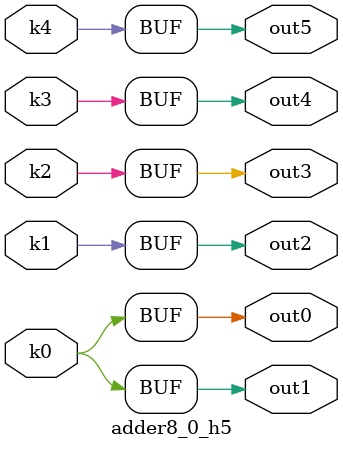
<source format=v>
module adder8_0(pi00, pi01, pi02, pi03, pi04, pi05, pi06, pi07, pi08, pi09, po0, po1, po2, po3, po4, po5);
input pi00, pi01, pi02, pi03, pi04, pi05, pi06, pi07, pi08, pi09;
output po0, po1, po2, po3, po4, po5;
wire k0, k1, k2, k3, k4;
adder8_0_w5 DUT1 (pi00, pi01, pi02, pi03, pi04, pi05, pi06, pi07, pi08, pi09, k0, k1, k2, k3, k4);
adder8_0_h5 DUT2 (k0, k1, k2, k3, k4, po0, po1, po2, po3, po4, po5);
endmodule

module adder8_0_w5(in9, in8, in7, in6, in5, in4, in3, in2, in1, in0, k4, k3, k2, k1, k0);
input in9, in8, in7, in6, in5, in4, in3, in2, in1, in0;
output k4, k3, k2, k1, k0;
assign k0 =   ((~in5 ^ in0) & (((in6 | in1) & (((in7 | in2) & ((in9 & in4 & (in8 | in3)) | (in8 & in3))) | (in7 & in2))) | (in6 & in1))) | ((in5 ^ in0) & ((~in6 & ~in1) | ((~in6 | ~in1) & ((~in7 & ~in2) | ((~in7 | ~in2) & ((~in8 & ~in3) | ((~in8 | ~in3) & (~in9 | ~in4))))))));
assign k1 =   ((in6 ^ in1) & (((in7 | in2) & ((in9 & in4 & (in8 | in3)) | (in8 & in3))) | (in7 & in2))) | ((~in6 ^ in1) & ((~in7 & ~in2) | ((~in7 | ~in2) & ((~in8 & ~in3) | ((~in8 | ~in3) & (~in9 | ~in4))))));
assign k2 =   ((~in7 ^ in2) & ((in9 & in4 & (in8 | in3)) | (in8 & in3))) | ((in7 ^ in2) & ((~in8 & ~in3) | ((~in8 | ~in3) & (~in9 | ~in4))));
assign k3 =   (in9 & in4 & (in8 ^ in3)) | ((~in8 ^ in3) & (~in9 | ~in4));
assign k4 =   ~in9 ^ ~in4;
endmodule

module adder8_0_h5(k4, k3, k2, k1, k0, out5, out4, out3, out2, out1, out0);
input k4, k3, k2, k1, k0;
output out5, out4, out3, out2, out1, out0;
assign out0 = k0;
assign out1 = k0;
assign out2 = k1;
assign out3 = k2;
assign out4 = k3;
assign out5 = k4;
endmodule

</source>
